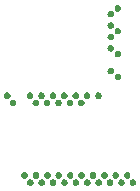
<source format=gbr>
G04 #@! TF.GenerationSoftware,KiCad,Pcbnew,(5.1.0)-1*
G04 #@! TF.CreationDate,2019-09-21T16:07:02-07:00*
G04 #@! TF.ProjectId,Miniscope-v4-wire-free-flex,4d696e69-7363-46f7-9065-2d76342d7769,rev?*
G04 #@! TF.SameCoordinates,Original*
G04 #@! TF.FileFunction,Soldermask,Top*
G04 #@! TF.FilePolarity,Negative*
%FSLAX46Y46*%
G04 Gerber Fmt 4.6, Leading zero omitted, Abs format (unit mm)*
G04 Created by KiCad (PCBNEW (5.1.0)-1) date 2019-09-21 16:07:02*
%MOMM*%
%LPD*%
G04 APERTURE LIST*
%ADD10C,0.100000*%
G04 APERTURE END LIST*
D10*
G36*
X36894708Y-39481337D02*
G01*
X36945555Y-39502398D01*
X36991318Y-39532976D01*
X37030233Y-39571891D01*
X37060811Y-39617654D01*
X37081872Y-39668501D01*
X37092609Y-39722481D01*
X37092609Y-39777519D01*
X37081872Y-39831499D01*
X37060811Y-39882346D01*
X37030233Y-39928109D01*
X36991318Y-39967024D01*
X36945555Y-39997602D01*
X36894708Y-40018663D01*
X36840728Y-40029400D01*
X36785690Y-40029400D01*
X36731710Y-40018663D01*
X36680863Y-39997602D01*
X36635100Y-39967024D01*
X36596185Y-39928109D01*
X36565607Y-39882346D01*
X36544546Y-39831499D01*
X36533809Y-39777519D01*
X36533809Y-39722481D01*
X36544546Y-39668501D01*
X36565607Y-39617654D01*
X36596185Y-39571891D01*
X36635100Y-39532976D01*
X36680863Y-39502398D01*
X36731710Y-39481337D01*
X36785690Y-39470600D01*
X36840728Y-39470600D01*
X36894708Y-39481337D01*
X36894708Y-39481337D01*
G37*
G36*
X37859907Y-39481337D02*
G01*
X37910754Y-39502398D01*
X37956517Y-39532976D01*
X37995432Y-39571891D01*
X38026010Y-39617654D01*
X38047071Y-39668501D01*
X38057808Y-39722481D01*
X38057808Y-39777519D01*
X38047071Y-39831499D01*
X38026010Y-39882346D01*
X37995432Y-39928109D01*
X37956517Y-39967024D01*
X37910754Y-39997602D01*
X37859907Y-40018663D01*
X37805927Y-40029400D01*
X37750889Y-40029400D01*
X37696909Y-40018663D01*
X37646062Y-39997602D01*
X37600299Y-39967024D01*
X37561384Y-39928109D01*
X37530806Y-39882346D01*
X37509745Y-39831499D01*
X37499008Y-39777519D01*
X37499008Y-39722481D01*
X37509745Y-39668501D01*
X37530806Y-39617654D01*
X37561384Y-39571891D01*
X37600299Y-39532976D01*
X37646062Y-39502398D01*
X37696909Y-39481337D01*
X37750889Y-39470600D01*
X37805927Y-39470600D01*
X37859907Y-39481337D01*
X37859907Y-39481337D01*
G37*
G36*
X38825106Y-39481337D02*
G01*
X38875953Y-39502398D01*
X38921716Y-39532976D01*
X38960631Y-39571891D01*
X38991209Y-39617654D01*
X39012270Y-39668501D01*
X39023007Y-39722481D01*
X39023007Y-39777519D01*
X39012270Y-39831499D01*
X38991209Y-39882346D01*
X38960631Y-39928109D01*
X38921716Y-39967024D01*
X38875953Y-39997602D01*
X38825106Y-40018663D01*
X38771126Y-40029400D01*
X38716088Y-40029400D01*
X38662108Y-40018663D01*
X38611261Y-39997602D01*
X38565498Y-39967024D01*
X38526583Y-39928109D01*
X38496005Y-39882346D01*
X38474944Y-39831499D01*
X38464207Y-39777519D01*
X38464207Y-39722481D01*
X38474944Y-39668501D01*
X38496005Y-39617654D01*
X38526583Y-39571891D01*
X38565498Y-39532976D01*
X38611261Y-39502398D01*
X38662108Y-39481337D01*
X38716088Y-39470600D01*
X38771126Y-39470600D01*
X38825106Y-39481337D01*
X38825106Y-39481337D01*
G37*
G36*
X39790305Y-39481337D02*
G01*
X39841152Y-39502398D01*
X39886915Y-39532976D01*
X39925830Y-39571891D01*
X39956408Y-39617654D01*
X39977469Y-39668501D01*
X39988206Y-39722481D01*
X39988206Y-39777519D01*
X39977469Y-39831499D01*
X39956408Y-39882346D01*
X39925830Y-39928109D01*
X39886915Y-39967024D01*
X39841152Y-39997602D01*
X39790305Y-40018663D01*
X39736325Y-40029400D01*
X39681287Y-40029400D01*
X39627307Y-40018663D01*
X39576460Y-39997602D01*
X39530697Y-39967024D01*
X39491782Y-39928109D01*
X39461204Y-39882346D01*
X39440143Y-39831499D01*
X39429406Y-39777519D01*
X39429406Y-39722481D01*
X39440143Y-39668501D01*
X39461204Y-39617654D01*
X39491782Y-39571891D01*
X39530697Y-39532976D01*
X39576460Y-39502398D01*
X39627307Y-39481337D01*
X39681287Y-39470600D01*
X39736325Y-39470600D01*
X39790305Y-39481337D01*
X39790305Y-39481337D01*
G37*
G36*
X40755504Y-39481337D02*
G01*
X40806351Y-39502398D01*
X40852114Y-39532976D01*
X40891029Y-39571891D01*
X40921607Y-39617654D01*
X40942668Y-39668501D01*
X40953405Y-39722481D01*
X40953405Y-39777519D01*
X40942668Y-39831499D01*
X40921607Y-39882346D01*
X40891029Y-39928109D01*
X40852114Y-39967024D01*
X40806351Y-39997602D01*
X40755504Y-40018663D01*
X40701524Y-40029400D01*
X40646486Y-40029400D01*
X40592506Y-40018663D01*
X40541659Y-39997602D01*
X40495896Y-39967024D01*
X40456981Y-39928109D01*
X40426403Y-39882346D01*
X40405342Y-39831499D01*
X40394605Y-39777519D01*
X40394605Y-39722481D01*
X40405342Y-39668501D01*
X40426403Y-39617654D01*
X40456981Y-39571891D01*
X40495896Y-39532976D01*
X40541659Y-39502398D01*
X40592506Y-39481337D01*
X40646486Y-39470600D01*
X40701524Y-39470600D01*
X40755504Y-39481337D01*
X40755504Y-39481337D01*
G37*
G36*
X41720703Y-39481337D02*
G01*
X41771550Y-39502398D01*
X41817313Y-39532976D01*
X41856228Y-39571891D01*
X41886806Y-39617654D01*
X41907867Y-39668501D01*
X41918604Y-39722481D01*
X41918604Y-39777519D01*
X41907867Y-39831499D01*
X41886806Y-39882346D01*
X41856228Y-39928109D01*
X41817313Y-39967024D01*
X41771550Y-39997602D01*
X41720703Y-40018663D01*
X41666723Y-40029400D01*
X41611685Y-40029400D01*
X41557705Y-40018663D01*
X41506858Y-39997602D01*
X41461095Y-39967024D01*
X41422180Y-39928109D01*
X41391602Y-39882346D01*
X41370541Y-39831499D01*
X41359804Y-39777519D01*
X41359804Y-39722481D01*
X41370541Y-39668501D01*
X41391602Y-39617654D01*
X41422180Y-39571891D01*
X41461095Y-39532976D01*
X41506858Y-39502398D01*
X41557705Y-39481337D01*
X41611685Y-39470600D01*
X41666723Y-39470600D01*
X41720703Y-39481337D01*
X41720703Y-39481337D01*
G37*
G36*
X42685902Y-39481337D02*
G01*
X42736749Y-39502398D01*
X42782512Y-39532976D01*
X42821427Y-39571891D01*
X42852005Y-39617654D01*
X42873066Y-39668501D01*
X42883803Y-39722481D01*
X42883803Y-39777519D01*
X42873066Y-39831499D01*
X42852005Y-39882346D01*
X42821427Y-39928109D01*
X42782512Y-39967024D01*
X42736749Y-39997602D01*
X42685902Y-40018663D01*
X42631922Y-40029400D01*
X42576884Y-40029400D01*
X42522904Y-40018663D01*
X42472057Y-39997602D01*
X42426294Y-39967024D01*
X42387379Y-39928109D01*
X42356801Y-39882346D01*
X42335740Y-39831499D01*
X42325003Y-39777519D01*
X42325003Y-39722481D01*
X42335740Y-39668501D01*
X42356801Y-39617654D01*
X42387379Y-39571891D01*
X42426294Y-39532976D01*
X42472057Y-39502398D01*
X42522904Y-39481337D01*
X42576884Y-39470600D01*
X42631922Y-39470600D01*
X42685902Y-39481337D01*
X42685902Y-39481337D01*
G37*
G36*
X43651101Y-39481337D02*
G01*
X43701948Y-39502398D01*
X43747711Y-39532976D01*
X43786626Y-39571891D01*
X43817204Y-39617654D01*
X43838265Y-39668501D01*
X43849002Y-39722481D01*
X43849002Y-39777519D01*
X43838265Y-39831499D01*
X43817204Y-39882346D01*
X43786626Y-39928109D01*
X43747711Y-39967024D01*
X43701948Y-39997602D01*
X43651101Y-40018663D01*
X43597121Y-40029400D01*
X43542083Y-40029400D01*
X43488103Y-40018663D01*
X43437256Y-39997602D01*
X43391493Y-39967024D01*
X43352578Y-39928109D01*
X43322000Y-39882346D01*
X43300939Y-39831499D01*
X43290202Y-39777519D01*
X43290202Y-39722481D01*
X43300939Y-39668501D01*
X43322000Y-39617654D01*
X43352578Y-39571891D01*
X43391493Y-39532976D01*
X43437256Y-39502398D01*
X43488103Y-39481337D01*
X43542083Y-39470600D01*
X43597121Y-39470600D01*
X43651101Y-39481337D01*
X43651101Y-39481337D01*
G37*
G36*
X45581499Y-39481337D02*
G01*
X45632346Y-39502398D01*
X45678109Y-39532976D01*
X45717024Y-39571891D01*
X45747602Y-39617654D01*
X45768663Y-39668501D01*
X45779400Y-39722481D01*
X45779400Y-39777519D01*
X45768663Y-39831499D01*
X45747602Y-39882346D01*
X45717024Y-39928109D01*
X45678109Y-39967024D01*
X45632346Y-39997602D01*
X45581499Y-40018663D01*
X45527519Y-40029400D01*
X45472481Y-40029400D01*
X45418501Y-40018663D01*
X45367654Y-39997602D01*
X45321891Y-39967024D01*
X45282976Y-39928109D01*
X45252398Y-39882346D01*
X45231337Y-39831499D01*
X45220600Y-39777519D01*
X45220600Y-39722481D01*
X45231337Y-39668501D01*
X45252398Y-39617654D01*
X45282976Y-39571891D01*
X45321891Y-39532976D01*
X45367654Y-39502398D01*
X45418501Y-39481337D01*
X45472481Y-39470600D01*
X45527519Y-39470600D01*
X45581499Y-39481337D01*
X45581499Y-39481337D01*
G37*
G36*
X44616300Y-39481337D02*
G01*
X44667147Y-39502398D01*
X44712910Y-39532976D01*
X44751825Y-39571891D01*
X44782403Y-39617654D01*
X44803464Y-39668501D01*
X44814201Y-39722481D01*
X44814201Y-39777519D01*
X44803464Y-39831499D01*
X44782403Y-39882346D01*
X44751825Y-39928109D01*
X44712910Y-39967024D01*
X44667147Y-39997602D01*
X44616300Y-40018663D01*
X44562320Y-40029400D01*
X44507282Y-40029400D01*
X44453302Y-40018663D01*
X44402455Y-39997602D01*
X44356692Y-39967024D01*
X44317777Y-39928109D01*
X44287199Y-39882346D01*
X44266138Y-39831499D01*
X44255401Y-39777519D01*
X44255401Y-39722481D01*
X44266138Y-39668501D01*
X44287199Y-39617654D01*
X44317777Y-39571891D01*
X44356692Y-39532976D01*
X44402455Y-39502398D01*
X44453302Y-39481337D01*
X44507282Y-39470600D01*
X44562320Y-39470600D01*
X44616300Y-39481337D01*
X44616300Y-39481337D01*
G37*
G36*
X43168502Y-38871737D02*
G01*
X43219349Y-38892798D01*
X43265112Y-38923376D01*
X43304027Y-38962291D01*
X43334605Y-39008054D01*
X43355666Y-39058901D01*
X43366403Y-39112881D01*
X43366403Y-39167919D01*
X43355666Y-39221899D01*
X43334605Y-39272746D01*
X43304027Y-39318509D01*
X43265112Y-39357424D01*
X43219349Y-39388002D01*
X43168502Y-39409063D01*
X43114522Y-39419800D01*
X43059484Y-39419800D01*
X43005504Y-39409063D01*
X42954657Y-39388002D01*
X42908894Y-39357424D01*
X42869979Y-39318509D01*
X42839401Y-39272746D01*
X42818340Y-39221899D01*
X42807603Y-39167919D01*
X42807603Y-39112881D01*
X42818340Y-39058901D01*
X42839401Y-39008054D01*
X42869979Y-38962291D01*
X42908894Y-38923376D01*
X42954657Y-38892798D01*
X43005504Y-38871737D01*
X43059484Y-38861000D01*
X43114522Y-38861000D01*
X43168502Y-38871737D01*
X43168502Y-38871737D01*
G37*
G36*
X36412109Y-38871737D02*
G01*
X36462956Y-38892798D01*
X36508719Y-38923376D01*
X36547634Y-38962291D01*
X36578212Y-39008054D01*
X36599273Y-39058901D01*
X36610010Y-39112881D01*
X36610010Y-39167919D01*
X36599273Y-39221899D01*
X36578212Y-39272746D01*
X36547634Y-39318509D01*
X36508719Y-39357424D01*
X36462956Y-39388002D01*
X36412109Y-39409063D01*
X36358129Y-39419800D01*
X36303091Y-39419800D01*
X36249111Y-39409063D01*
X36198264Y-39388002D01*
X36152501Y-39357424D01*
X36113586Y-39318509D01*
X36083008Y-39272746D01*
X36061947Y-39221899D01*
X36051210Y-39167919D01*
X36051210Y-39112881D01*
X36061947Y-39058901D01*
X36083008Y-39008054D01*
X36113586Y-38962291D01*
X36152501Y-38923376D01*
X36198264Y-38892798D01*
X36249111Y-38871737D01*
X36303091Y-38861000D01*
X36358129Y-38861000D01*
X36412109Y-38871737D01*
X36412109Y-38871737D01*
G37*
G36*
X37377308Y-38871737D02*
G01*
X37428155Y-38892798D01*
X37473918Y-38923376D01*
X37512833Y-38962291D01*
X37543411Y-39008054D01*
X37564472Y-39058901D01*
X37575209Y-39112881D01*
X37575209Y-39167919D01*
X37564472Y-39221899D01*
X37543411Y-39272746D01*
X37512833Y-39318509D01*
X37473918Y-39357424D01*
X37428155Y-39388002D01*
X37377308Y-39409063D01*
X37323328Y-39419800D01*
X37268290Y-39419800D01*
X37214310Y-39409063D01*
X37163463Y-39388002D01*
X37117700Y-39357424D01*
X37078785Y-39318509D01*
X37048207Y-39272746D01*
X37027146Y-39221899D01*
X37016409Y-39167919D01*
X37016409Y-39112881D01*
X37027146Y-39058901D01*
X37048207Y-39008054D01*
X37078785Y-38962291D01*
X37117700Y-38923376D01*
X37163463Y-38892798D01*
X37214310Y-38871737D01*
X37268290Y-38861000D01*
X37323328Y-38861000D01*
X37377308Y-38871737D01*
X37377308Y-38871737D01*
G37*
G36*
X38342507Y-38871737D02*
G01*
X38393354Y-38892798D01*
X38439117Y-38923376D01*
X38478032Y-38962291D01*
X38508610Y-39008054D01*
X38529671Y-39058901D01*
X38540408Y-39112881D01*
X38540408Y-39167919D01*
X38529671Y-39221899D01*
X38508610Y-39272746D01*
X38478032Y-39318509D01*
X38439117Y-39357424D01*
X38393354Y-39388002D01*
X38342507Y-39409063D01*
X38288527Y-39419800D01*
X38233489Y-39419800D01*
X38179509Y-39409063D01*
X38128662Y-39388002D01*
X38082899Y-39357424D01*
X38043984Y-39318509D01*
X38013406Y-39272746D01*
X37992345Y-39221899D01*
X37981608Y-39167919D01*
X37981608Y-39112881D01*
X37992345Y-39058901D01*
X38013406Y-39008054D01*
X38043984Y-38962291D01*
X38082899Y-38923376D01*
X38128662Y-38892798D01*
X38179509Y-38871737D01*
X38233489Y-38861000D01*
X38288527Y-38861000D01*
X38342507Y-38871737D01*
X38342507Y-38871737D01*
G37*
G36*
X39307706Y-38871737D02*
G01*
X39358553Y-38892798D01*
X39404316Y-38923376D01*
X39443231Y-38962291D01*
X39473809Y-39008054D01*
X39494870Y-39058901D01*
X39505607Y-39112881D01*
X39505607Y-39167919D01*
X39494870Y-39221899D01*
X39473809Y-39272746D01*
X39443231Y-39318509D01*
X39404316Y-39357424D01*
X39358553Y-39388002D01*
X39307706Y-39409063D01*
X39253726Y-39419800D01*
X39198688Y-39419800D01*
X39144708Y-39409063D01*
X39093861Y-39388002D01*
X39048098Y-39357424D01*
X39009183Y-39318509D01*
X38978605Y-39272746D01*
X38957544Y-39221899D01*
X38946807Y-39167919D01*
X38946807Y-39112881D01*
X38957544Y-39058901D01*
X38978605Y-39008054D01*
X39009183Y-38962291D01*
X39048098Y-38923376D01*
X39093861Y-38892798D01*
X39144708Y-38871737D01*
X39198688Y-38861000D01*
X39253726Y-38861000D01*
X39307706Y-38871737D01*
X39307706Y-38871737D01*
G37*
G36*
X40272905Y-38871737D02*
G01*
X40323752Y-38892798D01*
X40369515Y-38923376D01*
X40408430Y-38962291D01*
X40439008Y-39008054D01*
X40460069Y-39058901D01*
X40470806Y-39112881D01*
X40470806Y-39167919D01*
X40460069Y-39221899D01*
X40439008Y-39272746D01*
X40408430Y-39318509D01*
X40369515Y-39357424D01*
X40323752Y-39388002D01*
X40272905Y-39409063D01*
X40218925Y-39419800D01*
X40163887Y-39419800D01*
X40109907Y-39409063D01*
X40059060Y-39388002D01*
X40013297Y-39357424D01*
X39974382Y-39318509D01*
X39943804Y-39272746D01*
X39922743Y-39221899D01*
X39912006Y-39167919D01*
X39912006Y-39112881D01*
X39922743Y-39058901D01*
X39943804Y-39008054D01*
X39974382Y-38962291D01*
X40013297Y-38923376D01*
X40059060Y-38892798D01*
X40109907Y-38871737D01*
X40163887Y-38861000D01*
X40218925Y-38861000D01*
X40272905Y-38871737D01*
X40272905Y-38871737D01*
G37*
G36*
X41238104Y-38871737D02*
G01*
X41288951Y-38892798D01*
X41334714Y-38923376D01*
X41373629Y-38962291D01*
X41404207Y-39008054D01*
X41425268Y-39058901D01*
X41436005Y-39112881D01*
X41436005Y-39167919D01*
X41425268Y-39221899D01*
X41404207Y-39272746D01*
X41373629Y-39318509D01*
X41334714Y-39357424D01*
X41288951Y-39388002D01*
X41238104Y-39409063D01*
X41184124Y-39419800D01*
X41129086Y-39419800D01*
X41075106Y-39409063D01*
X41024259Y-39388002D01*
X40978496Y-39357424D01*
X40939581Y-39318509D01*
X40909003Y-39272746D01*
X40887942Y-39221899D01*
X40877205Y-39167919D01*
X40877205Y-39112881D01*
X40887942Y-39058901D01*
X40909003Y-39008054D01*
X40939581Y-38962291D01*
X40978496Y-38923376D01*
X41024259Y-38892798D01*
X41075106Y-38871737D01*
X41129086Y-38861000D01*
X41184124Y-38861000D01*
X41238104Y-38871737D01*
X41238104Y-38871737D01*
G37*
G36*
X42203303Y-38871737D02*
G01*
X42254150Y-38892798D01*
X42299913Y-38923376D01*
X42338828Y-38962291D01*
X42369406Y-39008054D01*
X42390467Y-39058901D01*
X42401204Y-39112881D01*
X42401204Y-39167919D01*
X42390467Y-39221899D01*
X42369406Y-39272746D01*
X42338828Y-39318509D01*
X42299913Y-39357424D01*
X42254150Y-39388002D01*
X42203303Y-39409063D01*
X42149323Y-39419800D01*
X42094285Y-39419800D01*
X42040305Y-39409063D01*
X41989458Y-39388002D01*
X41943695Y-39357424D01*
X41904780Y-39318509D01*
X41874202Y-39272746D01*
X41853141Y-39221899D01*
X41842404Y-39167919D01*
X41842404Y-39112881D01*
X41853141Y-39058901D01*
X41874202Y-39008054D01*
X41904780Y-38962291D01*
X41943695Y-38923376D01*
X41989458Y-38892798D01*
X42040305Y-38871737D01*
X42094285Y-38861000D01*
X42149323Y-38861000D01*
X42203303Y-38871737D01*
X42203303Y-38871737D01*
G37*
G36*
X44133701Y-38871737D02*
G01*
X44184548Y-38892798D01*
X44230311Y-38923376D01*
X44269226Y-38962291D01*
X44299804Y-39008054D01*
X44320865Y-39058901D01*
X44331602Y-39112881D01*
X44331602Y-39167919D01*
X44320865Y-39221899D01*
X44299804Y-39272746D01*
X44269226Y-39318509D01*
X44230311Y-39357424D01*
X44184548Y-39388002D01*
X44133701Y-39409063D01*
X44079721Y-39419800D01*
X44024683Y-39419800D01*
X43970703Y-39409063D01*
X43919856Y-39388002D01*
X43874093Y-39357424D01*
X43835178Y-39318509D01*
X43804600Y-39272746D01*
X43783539Y-39221899D01*
X43772802Y-39167919D01*
X43772802Y-39112881D01*
X43783539Y-39058901D01*
X43804600Y-39008054D01*
X43835178Y-38962291D01*
X43874093Y-38923376D01*
X43919856Y-38892798D01*
X43970703Y-38871737D01*
X44024683Y-38861000D01*
X44079721Y-38861000D01*
X44133701Y-38871737D01*
X44133701Y-38871737D01*
G37*
G36*
X45098900Y-38871737D02*
G01*
X45149747Y-38892798D01*
X45195510Y-38923376D01*
X45234425Y-38962291D01*
X45265003Y-39008054D01*
X45286064Y-39058901D01*
X45296801Y-39112881D01*
X45296801Y-39167919D01*
X45286064Y-39221899D01*
X45265003Y-39272746D01*
X45234425Y-39318509D01*
X45195510Y-39357424D01*
X45149747Y-39388002D01*
X45098900Y-39409063D01*
X45044920Y-39419800D01*
X44989882Y-39419800D01*
X44935902Y-39409063D01*
X44885055Y-39388002D01*
X44839292Y-39357424D01*
X44800377Y-39318509D01*
X44769799Y-39272746D01*
X44748738Y-39221899D01*
X44738001Y-39167919D01*
X44738001Y-39112881D01*
X44748738Y-39058901D01*
X44769799Y-39008054D01*
X44800377Y-38962291D01*
X44839292Y-38923376D01*
X44885055Y-38892798D01*
X44935902Y-38871737D01*
X44989882Y-38861000D01*
X45044920Y-38861000D01*
X45098900Y-38871737D01*
X45098900Y-38871737D01*
G37*
G36*
X38323905Y-32731337D02*
G01*
X38374752Y-32752398D01*
X38420515Y-32782976D01*
X38459430Y-32821891D01*
X38490008Y-32867654D01*
X38511069Y-32918501D01*
X38521806Y-32972481D01*
X38521806Y-33027519D01*
X38511069Y-33081499D01*
X38490008Y-33132346D01*
X38459430Y-33178109D01*
X38420515Y-33217024D01*
X38374752Y-33247602D01*
X38323905Y-33268663D01*
X38269925Y-33279400D01*
X38214887Y-33279400D01*
X38160907Y-33268663D01*
X38110060Y-33247602D01*
X38064297Y-33217024D01*
X38025382Y-33178109D01*
X37994804Y-33132346D01*
X37973743Y-33081499D01*
X37963006Y-33027519D01*
X37963006Y-32972481D01*
X37973743Y-32918501D01*
X37994804Y-32867654D01*
X38025382Y-32821891D01*
X38064297Y-32782976D01*
X38110060Y-32752398D01*
X38160907Y-32731337D01*
X38214887Y-32720600D01*
X38269925Y-32720600D01*
X38323905Y-32731337D01*
X38323905Y-32731337D01*
G37*
G36*
X41219502Y-32731337D02*
G01*
X41270349Y-32752398D01*
X41316112Y-32782976D01*
X41355027Y-32821891D01*
X41385605Y-32867654D01*
X41406666Y-32918501D01*
X41417403Y-32972481D01*
X41417403Y-33027519D01*
X41406666Y-33081499D01*
X41385605Y-33132346D01*
X41355027Y-33178109D01*
X41316112Y-33217024D01*
X41270349Y-33247602D01*
X41219502Y-33268663D01*
X41165522Y-33279400D01*
X41110484Y-33279400D01*
X41056504Y-33268663D01*
X41005657Y-33247602D01*
X40959894Y-33217024D01*
X40920979Y-33178109D01*
X40890401Y-33132346D01*
X40869340Y-33081499D01*
X40858603Y-33027519D01*
X40858603Y-32972481D01*
X40869340Y-32918501D01*
X40890401Y-32867654D01*
X40920979Y-32821891D01*
X40959894Y-32782976D01*
X41005657Y-32752398D01*
X41056504Y-32731337D01*
X41110484Y-32720600D01*
X41165522Y-32720600D01*
X41219502Y-32731337D01*
X41219502Y-32731337D01*
G37*
G36*
X40254303Y-32731337D02*
G01*
X40305150Y-32752398D01*
X40350913Y-32782976D01*
X40389828Y-32821891D01*
X40420406Y-32867654D01*
X40441467Y-32918501D01*
X40452204Y-32972481D01*
X40452204Y-33027519D01*
X40441467Y-33081499D01*
X40420406Y-33132346D01*
X40389828Y-33178109D01*
X40350913Y-33217024D01*
X40305150Y-33247602D01*
X40254303Y-33268663D01*
X40200323Y-33279400D01*
X40145285Y-33279400D01*
X40091305Y-33268663D01*
X40040458Y-33247602D01*
X39994695Y-33217024D01*
X39955780Y-33178109D01*
X39925202Y-33132346D01*
X39904141Y-33081499D01*
X39893404Y-33027519D01*
X39893404Y-32972481D01*
X39904141Y-32918501D01*
X39925202Y-32867654D01*
X39955780Y-32821891D01*
X39994695Y-32782976D01*
X40040458Y-32752398D01*
X40091305Y-32731337D01*
X40145285Y-32720600D01*
X40200323Y-32720600D01*
X40254303Y-32731337D01*
X40254303Y-32731337D01*
G37*
G36*
X37358706Y-32731337D02*
G01*
X37409553Y-32752398D01*
X37455316Y-32782976D01*
X37494231Y-32821891D01*
X37524809Y-32867654D01*
X37545870Y-32918501D01*
X37556607Y-32972481D01*
X37556607Y-33027519D01*
X37545870Y-33081499D01*
X37524809Y-33132346D01*
X37494231Y-33178109D01*
X37455316Y-33217024D01*
X37409553Y-33247602D01*
X37358706Y-33268663D01*
X37304726Y-33279400D01*
X37249688Y-33279400D01*
X37195708Y-33268663D01*
X37144861Y-33247602D01*
X37099098Y-33217024D01*
X37060183Y-33178109D01*
X37029605Y-33132346D01*
X37008544Y-33081499D01*
X36997807Y-33027519D01*
X36997807Y-32972481D01*
X37008544Y-32918501D01*
X37029605Y-32867654D01*
X37060183Y-32821891D01*
X37099098Y-32782976D01*
X37144861Y-32752398D01*
X37195708Y-32731337D01*
X37249688Y-32720600D01*
X37304726Y-32720600D01*
X37358706Y-32731337D01*
X37358706Y-32731337D01*
G37*
G36*
X39289104Y-32731337D02*
G01*
X39339951Y-32752398D01*
X39385714Y-32782976D01*
X39424629Y-32821891D01*
X39455207Y-32867654D01*
X39476268Y-32918501D01*
X39487005Y-32972481D01*
X39487005Y-33027519D01*
X39476268Y-33081499D01*
X39455207Y-33132346D01*
X39424629Y-33178109D01*
X39385714Y-33217024D01*
X39339951Y-33247602D01*
X39289104Y-33268663D01*
X39235124Y-33279400D01*
X39180086Y-33279400D01*
X39126106Y-33268663D01*
X39075259Y-33247602D01*
X39029496Y-33217024D01*
X38990581Y-33178109D01*
X38960003Y-33132346D01*
X38938942Y-33081499D01*
X38928205Y-33027519D01*
X38928205Y-32972481D01*
X38938942Y-32918501D01*
X38960003Y-32867654D01*
X38990581Y-32821891D01*
X39029496Y-32782976D01*
X39075259Y-32752398D01*
X39126106Y-32731337D01*
X39180086Y-32720600D01*
X39235124Y-32720600D01*
X39289104Y-32731337D01*
X39289104Y-32731337D01*
G37*
G36*
X35428308Y-32731337D02*
G01*
X35479155Y-32752398D01*
X35524918Y-32782976D01*
X35563833Y-32821891D01*
X35594411Y-32867654D01*
X35615472Y-32918501D01*
X35626209Y-32972481D01*
X35626209Y-33027519D01*
X35615472Y-33081499D01*
X35594411Y-33132346D01*
X35563833Y-33178109D01*
X35524918Y-33217024D01*
X35479155Y-33247602D01*
X35428308Y-33268663D01*
X35374328Y-33279400D01*
X35319290Y-33279400D01*
X35265310Y-33268663D01*
X35214463Y-33247602D01*
X35168700Y-33217024D01*
X35129785Y-33178109D01*
X35099207Y-33132346D01*
X35078146Y-33081499D01*
X35067409Y-33027519D01*
X35067409Y-32972481D01*
X35078146Y-32918501D01*
X35099207Y-32867654D01*
X35129785Y-32821891D01*
X35168700Y-32782976D01*
X35214463Y-32752398D01*
X35265310Y-32731337D01*
X35319290Y-32720600D01*
X35374328Y-32720600D01*
X35428308Y-32731337D01*
X35428308Y-32731337D01*
G37*
G36*
X36876107Y-32121737D02*
G01*
X36926954Y-32142798D01*
X36972717Y-32173376D01*
X37011632Y-32212291D01*
X37042210Y-32258054D01*
X37063271Y-32308901D01*
X37074008Y-32362881D01*
X37074008Y-32417919D01*
X37063271Y-32471899D01*
X37042210Y-32522746D01*
X37011632Y-32568509D01*
X36972717Y-32607424D01*
X36926954Y-32638002D01*
X36876107Y-32659063D01*
X36822127Y-32669800D01*
X36767089Y-32669800D01*
X36713109Y-32659063D01*
X36662262Y-32638002D01*
X36616499Y-32607424D01*
X36577584Y-32568509D01*
X36547006Y-32522746D01*
X36525945Y-32471899D01*
X36515208Y-32417919D01*
X36515208Y-32362881D01*
X36525945Y-32308901D01*
X36547006Y-32258054D01*
X36577584Y-32212291D01*
X36616499Y-32173376D01*
X36662262Y-32142798D01*
X36713109Y-32121737D01*
X36767089Y-32111000D01*
X36822127Y-32111000D01*
X36876107Y-32121737D01*
X36876107Y-32121737D01*
G37*
G36*
X37841306Y-32121737D02*
G01*
X37892153Y-32142798D01*
X37937916Y-32173376D01*
X37976831Y-32212291D01*
X38007409Y-32258054D01*
X38028470Y-32308901D01*
X38039207Y-32362881D01*
X38039207Y-32417919D01*
X38028470Y-32471899D01*
X38007409Y-32522746D01*
X37976831Y-32568509D01*
X37937916Y-32607424D01*
X37892153Y-32638002D01*
X37841306Y-32659063D01*
X37787326Y-32669800D01*
X37732288Y-32669800D01*
X37678308Y-32659063D01*
X37627461Y-32638002D01*
X37581698Y-32607424D01*
X37542783Y-32568509D01*
X37512205Y-32522746D01*
X37491144Y-32471899D01*
X37480407Y-32417919D01*
X37480407Y-32362881D01*
X37491144Y-32308901D01*
X37512205Y-32258054D01*
X37542783Y-32212291D01*
X37581698Y-32173376D01*
X37627461Y-32142798D01*
X37678308Y-32121737D01*
X37732288Y-32111000D01*
X37787326Y-32111000D01*
X37841306Y-32121737D01*
X37841306Y-32121737D01*
G37*
G36*
X38806505Y-32121737D02*
G01*
X38857352Y-32142798D01*
X38903115Y-32173376D01*
X38942030Y-32212291D01*
X38972608Y-32258054D01*
X38993669Y-32308901D01*
X39004406Y-32362881D01*
X39004406Y-32417919D01*
X38993669Y-32471899D01*
X38972608Y-32522746D01*
X38942030Y-32568509D01*
X38903115Y-32607424D01*
X38857352Y-32638002D01*
X38806505Y-32659063D01*
X38752525Y-32669800D01*
X38697487Y-32669800D01*
X38643507Y-32659063D01*
X38592660Y-32638002D01*
X38546897Y-32607424D01*
X38507982Y-32568509D01*
X38477404Y-32522746D01*
X38456343Y-32471899D01*
X38445606Y-32417919D01*
X38445606Y-32362881D01*
X38456343Y-32308901D01*
X38477404Y-32258054D01*
X38507982Y-32212291D01*
X38546897Y-32173376D01*
X38592660Y-32142798D01*
X38643507Y-32121737D01*
X38697487Y-32111000D01*
X38752525Y-32111000D01*
X38806505Y-32121737D01*
X38806505Y-32121737D01*
G37*
G36*
X39771704Y-32121737D02*
G01*
X39822551Y-32142798D01*
X39868314Y-32173376D01*
X39907229Y-32212291D01*
X39937807Y-32258054D01*
X39958868Y-32308901D01*
X39969605Y-32362881D01*
X39969605Y-32417919D01*
X39958868Y-32471899D01*
X39937807Y-32522746D01*
X39907229Y-32568509D01*
X39868314Y-32607424D01*
X39822551Y-32638002D01*
X39771704Y-32659063D01*
X39717724Y-32669800D01*
X39662686Y-32669800D01*
X39608706Y-32659063D01*
X39557859Y-32638002D01*
X39512096Y-32607424D01*
X39473181Y-32568509D01*
X39442603Y-32522746D01*
X39421542Y-32471899D01*
X39410805Y-32417919D01*
X39410805Y-32362881D01*
X39421542Y-32308901D01*
X39442603Y-32258054D01*
X39473181Y-32212291D01*
X39512096Y-32173376D01*
X39557859Y-32142798D01*
X39608706Y-32121737D01*
X39662686Y-32111000D01*
X39717724Y-32111000D01*
X39771704Y-32121737D01*
X39771704Y-32121737D01*
G37*
G36*
X40736903Y-32121737D02*
G01*
X40787750Y-32142798D01*
X40833513Y-32173376D01*
X40872428Y-32212291D01*
X40903006Y-32258054D01*
X40924067Y-32308901D01*
X40934804Y-32362881D01*
X40934804Y-32417919D01*
X40924067Y-32471899D01*
X40903006Y-32522746D01*
X40872428Y-32568509D01*
X40833513Y-32607424D01*
X40787750Y-32638002D01*
X40736903Y-32659063D01*
X40682923Y-32669800D01*
X40627885Y-32669800D01*
X40573905Y-32659063D01*
X40523058Y-32638002D01*
X40477295Y-32607424D01*
X40438380Y-32568509D01*
X40407802Y-32522746D01*
X40386741Y-32471899D01*
X40376004Y-32417919D01*
X40376004Y-32362881D01*
X40386741Y-32308901D01*
X40407802Y-32258054D01*
X40438380Y-32212291D01*
X40477295Y-32173376D01*
X40523058Y-32142798D01*
X40573905Y-32121737D01*
X40627885Y-32111000D01*
X40682923Y-32111000D01*
X40736903Y-32121737D01*
X40736903Y-32121737D01*
G37*
G36*
X41702102Y-32121737D02*
G01*
X41752949Y-32142798D01*
X41798712Y-32173376D01*
X41837627Y-32212291D01*
X41868205Y-32258054D01*
X41889266Y-32308901D01*
X41900003Y-32362881D01*
X41900003Y-32417919D01*
X41889266Y-32471899D01*
X41868205Y-32522746D01*
X41837627Y-32568509D01*
X41798712Y-32607424D01*
X41752949Y-32638002D01*
X41702102Y-32659063D01*
X41648122Y-32669800D01*
X41593084Y-32669800D01*
X41539104Y-32659063D01*
X41488257Y-32638002D01*
X41442494Y-32607424D01*
X41403579Y-32568509D01*
X41373001Y-32522746D01*
X41351940Y-32471899D01*
X41341203Y-32417919D01*
X41341203Y-32362881D01*
X41351940Y-32308901D01*
X41373001Y-32258054D01*
X41403579Y-32212291D01*
X41442494Y-32173376D01*
X41488257Y-32142798D01*
X41539104Y-32121737D01*
X41593084Y-32111000D01*
X41648122Y-32111000D01*
X41702102Y-32121737D01*
X41702102Y-32121737D01*
G37*
G36*
X34945709Y-32121737D02*
G01*
X34996556Y-32142798D01*
X35042319Y-32173376D01*
X35081234Y-32212291D01*
X35111812Y-32258054D01*
X35132873Y-32308901D01*
X35143610Y-32362881D01*
X35143610Y-32417919D01*
X35132873Y-32471899D01*
X35111812Y-32522746D01*
X35081234Y-32568509D01*
X35042319Y-32607424D01*
X34996556Y-32638002D01*
X34945709Y-32659063D01*
X34891729Y-32669800D01*
X34836691Y-32669800D01*
X34782711Y-32659063D01*
X34731864Y-32638002D01*
X34686101Y-32607424D01*
X34647186Y-32568509D01*
X34616608Y-32522746D01*
X34595547Y-32471899D01*
X34584810Y-32417919D01*
X34584810Y-32362881D01*
X34595547Y-32308901D01*
X34616608Y-32258054D01*
X34647186Y-32212291D01*
X34686101Y-32173376D01*
X34731864Y-32142798D01*
X34782711Y-32121737D01*
X34836691Y-32111000D01*
X34891729Y-32111000D01*
X34945709Y-32121737D01*
X34945709Y-32121737D01*
G37*
G36*
X42667301Y-32121737D02*
G01*
X42718148Y-32142798D01*
X42763911Y-32173376D01*
X42802826Y-32212291D01*
X42833404Y-32258054D01*
X42854465Y-32308901D01*
X42865202Y-32362881D01*
X42865202Y-32417919D01*
X42854465Y-32471899D01*
X42833404Y-32522746D01*
X42802826Y-32568509D01*
X42763911Y-32607424D01*
X42718148Y-32638002D01*
X42667301Y-32659063D01*
X42613321Y-32669800D01*
X42558283Y-32669800D01*
X42504303Y-32659063D01*
X42453456Y-32638002D01*
X42407693Y-32607424D01*
X42368778Y-32568509D01*
X42338200Y-32522746D01*
X42317139Y-32471899D01*
X42306402Y-32417919D01*
X42306402Y-32362881D01*
X42317139Y-32308901D01*
X42338200Y-32258054D01*
X42368778Y-32212291D01*
X42407693Y-32173376D01*
X42453456Y-32142798D01*
X42504303Y-32121737D01*
X42558283Y-32111000D01*
X42613321Y-32111000D01*
X42667301Y-32121737D01*
X42667301Y-32121737D01*
G37*
G36*
X44315099Y-30522531D02*
G01*
X44365946Y-30543592D01*
X44411709Y-30574170D01*
X44450624Y-30613085D01*
X44481202Y-30658848D01*
X44502263Y-30709695D01*
X44513000Y-30763675D01*
X44513000Y-30818713D01*
X44502263Y-30872693D01*
X44481202Y-30923540D01*
X44450624Y-30969303D01*
X44411709Y-31008218D01*
X44365946Y-31038796D01*
X44315099Y-31059857D01*
X44261119Y-31070594D01*
X44206081Y-31070594D01*
X44152101Y-31059857D01*
X44101254Y-31038796D01*
X44055491Y-31008218D01*
X44016576Y-30969303D01*
X43985998Y-30923540D01*
X43964937Y-30872693D01*
X43954200Y-30818713D01*
X43954200Y-30763675D01*
X43964937Y-30709695D01*
X43985998Y-30658848D01*
X44016576Y-30613085D01*
X44055491Y-30574170D01*
X44101254Y-30543592D01*
X44152101Y-30522531D01*
X44206081Y-30511794D01*
X44261119Y-30511794D01*
X44315099Y-30522531D01*
X44315099Y-30522531D01*
G37*
G36*
X43705499Y-30039931D02*
G01*
X43756346Y-30060992D01*
X43802109Y-30091570D01*
X43841024Y-30130485D01*
X43871602Y-30176248D01*
X43892663Y-30227095D01*
X43903400Y-30281075D01*
X43903400Y-30336113D01*
X43892663Y-30390093D01*
X43871602Y-30440940D01*
X43841024Y-30486703D01*
X43802109Y-30525618D01*
X43756346Y-30556196D01*
X43705499Y-30577257D01*
X43651519Y-30587994D01*
X43596481Y-30587994D01*
X43542501Y-30577257D01*
X43491654Y-30556196D01*
X43445891Y-30525618D01*
X43406976Y-30486703D01*
X43376398Y-30440940D01*
X43355337Y-30390093D01*
X43344600Y-30336113D01*
X43344600Y-30281075D01*
X43355337Y-30227095D01*
X43376398Y-30176248D01*
X43406976Y-30130485D01*
X43445891Y-30091570D01*
X43491654Y-30060992D01*
X43542501Y-30039931D01*
X43596481Y-30029194D01*
X43651519Y-30029194D01*
X43705499Y-30039931D01*
X43705499Y-30039931D01*
G37*
G36*
X44315099Y-28592133D02*
G01*
X44365946Y-28613194D01*
X44411709Y-28643772D01*
X44450624Y-28682687D01*
X44481202Y-28728450D01*
X44502263Y-28779297D01*
X44513000Y-28833277D01*
X44513000Y-28888315D01*
X44502263Y-28942295D01*
X44481202Y-28993142D01*
X44450624Y-29038905D01*
X44411709Y-29077820D01*
X44365946Y-29108398D01*
X44315099Y-29129459D01*
X44261119Y-29140196D01*
X44206081Y-29140196D01*
X44152101Y-29129459D01*
X44101254Y-29108398D01*
X44055491Y-29077820D01*
X44016576Y-29038905D01*
X43985998Y-28993142D01*
X43964937Y-28942295D01*
X43954200Y-28888315D01*
X43954200Y-28833277D01*
X43964937Y-28779297D01*
X43985998Y-28728450D01*
X44016576Y-28682687D01*
X44055491Y-28643772D01*
X44101254Y-28613194D01*
X44152101Y-28592133D01*
X44206081Y-28581396D01*
X44261119Y-28581396D01*
X44315099Y-28592133D01*
X44315099Y-28592133D01*
G37*
G36*
X43705499Y-28109533D02*
G01*
X43756346Y-28130594D01*
X43802109Y-28161172D01*
X43841024Y-28200087D01*
X43871602Y-28245850D01*
X43892663Y-28296697D01*
X43903400Y-28350677D01*
X43903400Y-28405715D01*
X43892663Y-28459695D01*
X43871602Y-28510542D01*
X43841024Y-28556305D01*
X43802109Y-28595220D01*
X43756346Y-28625798D01*
X43705499Y-28646859D01*
X43651519Y-28657596D01*
X43596481Y-28657596D01*
X43542501Y-28646859D01*
X43491654Y-28625798D01*
X43445891Y-28595220D01*
X43406976Y-28556305D01*
X43376398Y-28510542D01*
X43355337Y-28459695D01*
X43344600Y-28405715D01*
X43344600Y-28350677D01*
X43355337Y-28296697D01*
X43376398Y-28245850D01*
X43406976Y-28200087D01*
X43445891Y-28161172D01*
X43491654Y-28130594D01*
X43542501Y-28109533D01*
X43596481Y-28098796D01*
X43651519Y-28098796D01*
X43705499Y-28109533D01*
X43705499Y-28109533D01*
G37*
G36*
X43705499Y-27144334D02*
G01*
X43756346Y-27165395D01*
X43802109Y-27195973D01*
X43841024Y-27234888D01*
X43871602Y-27280651D01*
X43892663Y-27331498D01*
X43903400Y-27385478D01*
X43903400Y-27440516D01*
X43892663Y-27494496D01*
X43871602Y-27545343D01*
X43841024Y-27591106D01*
X43802109Y-27630021D01*
X43756346Y-27660599D01*
X43705499Y-27681660D01*
X43651519Y-27692397D01*
X43596481Y-27692397D01*
X43542501Y-27681660D01*
X43491654Y-27660599D01*
X43445891Y-27630021D01*
X43406976Y-27591106D01*
X43376398Y-27545343D01*
X43355337Y-27494496D01*
X43344600Y-27440516D01*
X43344600Y-27385478D01*
X43355337Y-27331498D01*
X43376398Y-27280651D01*
X43406976Y-27234888D01*
X43445891Y-27195973D01*
X43491654Y-27165395D01*
X43542501Y-27144334D01*
X43596481Y-27133597D01*
X43651519Y-27133597D01*
X43705499Y-27144334D01*
X43705499Y-27144334D01*
G37*
G36*
X44315099Y-26661735D02*
G01*
X44365946Y-26682796D01*
X44411709Y-26713374D01*
X44450624Y-26752289D01*
X44481202Y-26798052D01*
X44502263Y-26848899D01*
X44513000Y-26902879D01*
X44513000Y-26957917D01*
X44502263Y-27011897D01*
X44481202Y-27062744D01*
X44450624Y-27108507D01*
X44411709Y-27147422D01*
X44365946Y-27178000D01*
X44315099Y-27199061D01*
X44261119Y-27209798D01*
X44206081Y-27209798D01*
X44152101Y-27199061D01*
X44101254Y-27178000D01*
X44055491Y-27147422D01*
X44016576Y-27108507D01*
X43985998Y-27062744D01*
X43964937Y-27011897D01*
X43954200Y-26957917D01*
X43954200Y-26902879D01*
X43964937Y-26848899D01*
X43985998Y-26798052D01*
X44016576Y-26752289D01*
X44055491Y-26713374D01*
X44101254Y-26682796D01*
X44152101Y-26661735D01*
X44206081Y-26650998D01*
X44261119Y-26650998D01*
X44315099Y-26661735D01*
X44315099Y-26661735D01*
G37*
G36*
X43705499Y-26179135D02*
G01*
X43756346Y-26200196D01*
X43802109Y-26230774D01*
X43841024Y-26269689D01*
X43871602Y-26315452D01*
X43892663Y-26366299D01*
X43903400Y-26420279D01*
X43903400Y-26475317D01*
X43892663Y-26529297D01*
X43871602Y-26580144D01*
X43841024Y-26625907D01*
X43802109Y-26664822D01*
X43756346Y-26695400D01*
X43705499Y-26716461D01*
X43651519Y-26727198D01*
X43596481Y-26727198D01*
X43542501Y-26716461D01*
X43491654Y-26695400D01*
X43445891Y-26664822D01*
X43406976Y-26625907D01*
X43376398Y-26580144D01*
X43355337Y-26529297D01*
X43344600Y-26475317D01*
X43344600Y-26420279D01*
X43355337Y-26366299D01*
X43376398Y-26315452D01*
X43406976Y-26269689D01*
X43445891Y-26230774D01*
X43491654Y-26200196D01*
X43542501Y-26179135D01*
X43596481Y-26168398D01*
X43651519Y-26168398D01*
X43705499Y-26179135D01*
X43705499Y-26179135D01*
G37*
G36*
X43705499Y-25213936D02*
G01*
X43756346Y-25234997D01*
X43802109Y-25265575D01*
X43841024Y-25304490D01*
X43871602Y-25350253D01*
X43892663Y-25401100D01*
X43903400Y-25455080D01*
X43903400Y-25510118D01*
X43892663Y-25564098D01*
X43871602Y-25614945D01*
X43841024Y-25660708D01*
X43802109Y-25699623D01*
X43756346Y-25730201D01*
X43705499Y-25751262D01*
X43651519Y-25761999D01*
X43596481Y-25761999D01*
X43542501Y-25751262D01*
X43491654Y-25730201D01*
X43445891Y-25699623D01*
X43406976Y-25660708D01*
X43376398Y-25614945D01*
X43355337Y-25564098D01*
X43344600Y-25510118D01*
X43344600Y-25455080D01*
X43355337Y-25401100D01*
X43376398Y-25350253D01*
X43406976Y-25304490D01*
X43445891Y-25265575D01*
X43491654Y-25234997D01*
X43542501Y-25213936D01*
X43596481Y-25203199D01*
X43651519Y-25203199D01*
X43705499Y-25213936D01*
X43705499Y-25213936D01*
G37*
G36*
X44315099Y-24731337D02*
G01*
X44365946Y-24752398D01*
X44411709Y-24782976D01*
X44450624Y-24821891D01*
X44481202Y-24867654D01*
X44502263Y-24918501D01*
X44513000Y-24972481D01*
X44513000Y-25027519D01*
X44502263Y-25081499D01*
X44481202Y-25132346D01*
X44450624Y-25178109D01*
X44411709Y-25217024D01*
X44365946Y-25247602D01*
X44315099Y-25268663D01*
X44261119Y-25279400D01*
X44206081Y-25279400D01*
X44152101Y-25268663D01*
X44101254Y-25247602D01*
X44055491Y-25217024D01*
X44016576Y-25178109D01*
X43985998Y-25132346D01*
X43964937Y-25081499D01*
X43954200Y-25027519D01*
X43954200Y-24972481D01*
X43964937Y-24918501D01*
X43985998Y-24867654D01*
X44016576Y-24821891D01*
X44055491Y-24782976D01*
X44101254Y-24752398D01*
X44152101Y-24731337D01*
X44206081Y-24720600D01*
X44261119Y-24720600D01*
X44315099Y-24731337D01*
X44315099Y-24731337D01*
G37*
M02*

</source>
